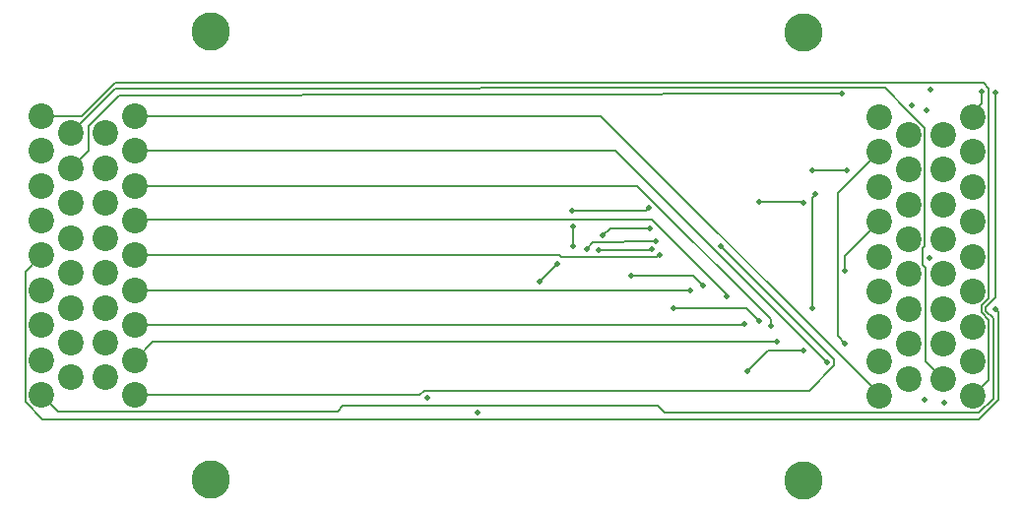
<source format=gbr>
G04*
G04 #@! TF.GenerationSoftware,Altium Limited,Altium Designer,22.4.2 (48)*
G04*
G04 Layer_Physical_Order=1*
G04 Layer_Color=255*
%FSLAX25Y25*%
%MOIN*%
G70*
G04*
G04 #@! TF.SameCoordinates,6C7EA4D3-1DBA-4452-8A60-7FA1E15C8F26*
G04*
G04*
G04 #@! TF.FilePolarity,Positive*
G04*
G01*
G75*
%ADD15C,0.00500*%
%ADD16C,0.00800*%
%ADD17C,0.12992*%
%ADD18C,0.08661*%
%ADD19C,0.01968*%
D15*
X382043Y247667D02*
X380957D01*
X381512Y249234D02*
X381488D01*
X135163Y249021D02*
X135310Y249167D01*
X136824Y244853D02*
X136970Y245000D01*
X135310Y249167D02*
X381488Y249234D01*
X135502Y247238D02*
X380957Y247667D01*
X429333Y249167D02*
X431167Y247333D01*
X382043Y247667D02*
X395970Y247384D01*
X126427Y234456D02*
X136824Y244853D01*
X395970Y247384D02*
X404108Y239246D01*
X136970Y245000D02*
X381500Y245500D01*
X120346Y232083D02*
X135502Y247238D01*
X124131Y237988D02*
X135163Y249021D01*
X381512Y249234D02*
X429333Y249167D01*
X428745Y173742D02*
X431167Y176165D01*
Y247333D01*
X428805Y242060D02*
Y246126D01*
X409514Y193881D02*
Y233938D01*
X404108Y239246D02*
X404205D01*
X409514Y233938D01*
X110504Y143500D02*
X116085Y137919D01*
X210645D02*
X212460Y139734D01*
X319043D02*
X321315Y137463D01*
X427898D01*
X427823Y135266D02*
X434500Y141943D01*
X212460Y139734D02*
X319043D01*
X116085Y137919D02*
X210645D01*
X427898Y137463D02*
X432667Y142232D01*
X104923Y141188D02*
X110846Y135266D01*
X427823D01*
X433500Y176376D02*
Y246000D01*
X430245Y173121D02*
X433500Y176376D01*
X425587Y238842D02*
X428805Y242060D01*
X425587Y237531D02*
Y238842D01*
X433500Y172473D02*
Y172500D01*
X434500Y141943D02*
Y171473D01*
X433500Y172473D02*
X434500Y171473D01*
X430245Y172021D02*
Y173121D01*
X428745Y171400D02*
Y173742D01*
X425587Y143043D02*
X431167Y148624D01*
X428745Y171400D02*
X431167Y168977D01*
Y148624D02*
Y168977D01*
X430245Y172021D02*
X432667Y169598D01*
Y142232D02*
Y169598D01*
X104923Y141188D02*
Y185163D01*
X409664Y155029D02*
Y186544D01*
X408766Y187442D02*
X409664Y186544D01*
X408766Y193133D02*
X409514Y193881D01*
X408766Y187442D02*
Y193133D01*
X409664Y155029D02*
X415744Y148949D01*
X104923Y185163D02*
X110504Y190744D01*
Y237988D02*
X124131D01*
X126427Y226352D02*
Y234456D01*
X120346Y220272D02*
X126427Y226352D01*
D16*
X295000Y193000D02*
X297116Y195116D01*
X142000Y178933D02*
X142034Y178966D01*
X142000Y190744D02*
X285628D01*
X300500Y197500D02*
X303000Y200000D01*
X142213Y202768D02*
X231308D01*
X290354Y200444D02*
X290456Y200341D01*
X231308Y202768D02*
X231367Y202828D01*
X290456Y194044D02*
Y200341D01*
X142000Y214366D02*
X312006D01*
X142000Y237988D02*
X299884D01*
X142000Y226177D02*
X304823D01*
X307575Y195116D02*
X308005Y195545D01*
X297116Y195116D02*
X307575D01*
X279000Y182000D02*
X285000Y188000D01*
X285628Y190744D02*
X286256Y190116D01*
X290456Y194044D02*
X290500Y194000D01*
X142000Y202555D02*
X142213Y202768D01*
X142000Y167122D02*
X142189Y167311D01*
X238508Y143500D02*
X240012Y145004D01*
X370376D02*
X378884Y153512D01*
X240012Y145004D02*
X370376D01*
X142000Y143500D02*
X238508D01*
X367684Y209000D02*
X368184Y208500D01*
X368500D01*
X353500Y209000D02*
X367684D01*
X317044Y202828D02*
X342276Y177595D01*
X231367Y202828D02*
X317044D01*
X286256Y190116D02*
X318800D01*
X142034Y178966D02*
X329966D01*
X330000Y179000D01*
X315024Y206000D02*
X315854Y206830D01*
X290000Y206000D02*
X315024D01*
X315854Y206830D02*
X316170D01*
X303000Y200000D02*
X316500D01*
X316684Y193000D02*
X317000D01*
X316184Y192500D02*
X316684Y193000D01*
X308005Y195545D02*
X318527D01*
X299000Y192500D02*
X316184D01*
X310000Y184000D02*
X331000D01*
X342276Y177224D02*
X342500Y177000D01*
X342276Y177224D02*
Y177595D01*
X142189Y167311D02*
X348311D01*
X348500Y167500D01*
X357276Y167224D02*
Y169095D01*
Y167224D02*
X357500Y167000D01*
X142000Y155311D02*
X148189Y161500D01*
X371500Y210184D02*
X372500Y211184D01*
X382500Y185500D02*
Y190508D01*
X371500Y173000D02*
Y210184D01*
X380116Y163384D02*
Y211746D01*
Y163384D02*
X382500Y161000D01*
X356500Y158500D02*
X368500D01*
X148189Y161500D02*
X359500D01*
X372500Y211184D02*
Y211500D01*
X380116Y211746D02*
X394091Y225721D01*
X349500Y151500D02*
X356500Y158500D01*
X382500Y190508D02*
X394091Y202098D01*
X304823Y226177D02*
X376500Y154500D01*
X394091Y143043D02*
Y143781D01*
X299884Y237988D02*
X394091Y143781D01*
X371500Y219500D02*
X383000D01*
X318800Y190116D02*
X319498Y190814D01*
X319814D01*
X331000Y184000D02*
X334500Y180500D01*
X349000Y173000D02*
X353500Y168500D01*
X324500Y173000D02*
X349000D01*
X312006Y214366D02*
X357276Y169095D01*
X378884Y153512D02*
Y155616D01*
X340500Y194000D02*
X378884Y155616D01*
D17*
X368500Y114500D02*
D03*
Y266075D02*
D03*
X167591Y266531D02*
D03*
Y114957D02*
D03*
D18*
X394091Y237531D02*
D03*
Y225721D02*
D03*
Y213910D02*
D03*
Y202098D02*
D03*
Y190287D02*
D03*
Y178476D02*
D03*
Y166665D02*
D03*
Y154854D02*
D03*
Y143043D02*
D03*
X403933Y231626D02*
D03*
Y219815D02*
D03*
Y208004D02*
D03*
Y196193D02*
D03*
Y184382D02*
D03*
Y172571D02*
D03*
Y160760D02*
D03*
Y148949D02*
D03*
X415744Y231626D02*
D03*
Y219815D02*
D03*
Y208004D02*
D03*
Y196193D02*
D03*
Y184382D02*
D03*
Y172571D02*
D03*
Y160760D02*
D03*
Y148949D02*
D03*
X425587Y237531D02*
D03*
Y225721D02*
D03*
Y213910D02*
D03*
Y202098D02*
D03*
Y190287D02*
D03*
Y178476D02*
D03*
Y166665D02*
D03*
Y154854D02*
D03*
Y143043D02*
D03*
X142000Y143500D02*
D03*
Y155311D02*
D03*
Y167122D02*
D03*
Y178933D02*
D03*
Y190744D02*
D03*
Y202555D02*
D03*
Y214366D02*
D03*
Y226177D02*
D03*
Y237988D02*
D03*
X132158Y149406D02*
D03*
Y161216D02*
D03*
Y173028D02*
D03*
Y184839D02*
D03*
Y196650D02*
D03*
Y208461D02*
D03*
Y220272D02*
D03*
Y232083D02*
D03*
X120346Y149406D02*
D03*
Y161216D02*
D03*
Y173028D02*
D03*
Y184839D02*
D03*
Y196650D02*
D03*
Y208461D02*
D03*
Y220272D02*
D03*
Y232083D02*
D03*
X110504Y143500D02*
D03*
Y155311D02*
D03*
Y167122D02*
D03*
Y178933D02*
D03*
Y190744D02*
D03*
Y202555D02*
D03*
Y214366D02*
D03*
Y226177D02*
D03*
Y237988D02*
D03*
D19*
X290500Y194000D02*
D03*
X290354Y200444D02*
D03*
X279000Y182000D02*
D03*
X285000Y188000D02*
D03*
X300500Y197500D02*
D03*
X290000Y206000D02*
D03*
X310000Y184000D02*
D03*
X299000Y192500D02*
D03*
X295000Y193000D02*
D03*
X381500Y245500D02*
D03*
X428805Y246126D02*
D03*
X409963Y239963D02*
D03*
X405033Y241480D02*
D03*
X258000Y137500D02*
D03*
X416000Y141000D02*
D03*
X241000Y142620D02*
D03*
X433500Y246000D02*
D03*
Y172500D02*
D03*
X411000Y189885D02*
D03*
X409500Y142000D02*
D03*
X353500Y209000D02*
D03*
X411433Y246933D02*
D03*
X316170Y206830D02*
D03*
X316500Y200000D02*
D03*
X317000Y193000D02*
D03*
X318527Y195545D02*
D03*
X342500Y177000D02*
D03*
X348500Y167500D02*
D03*
X357500Y167000D02*
D03*
X349500Y151500D02*
D03*
X359500Y161500D02*
D03*
X382500Y185500D02*
D03*
X371500Y173000D02*
D03*
X368500Y158500D02*
D03*
X376500Y154500D02*
D03*
X382500Y161000D02*
D03*
X371500Y219500D02*
D03*
X324500Y173000D02*
D03*
X383000Y219500D02*
D03*
X319814Y190814D02*
D03*
X368500Y208500D02*
D03*
X372500Y211500D02*
D03*
X334500Y180500D02*
D03*
X353500Y168500D02*
D03*
X330000Y179000D02*
D03*
X340500Y194000D02*
D03*
M02*

</source>
